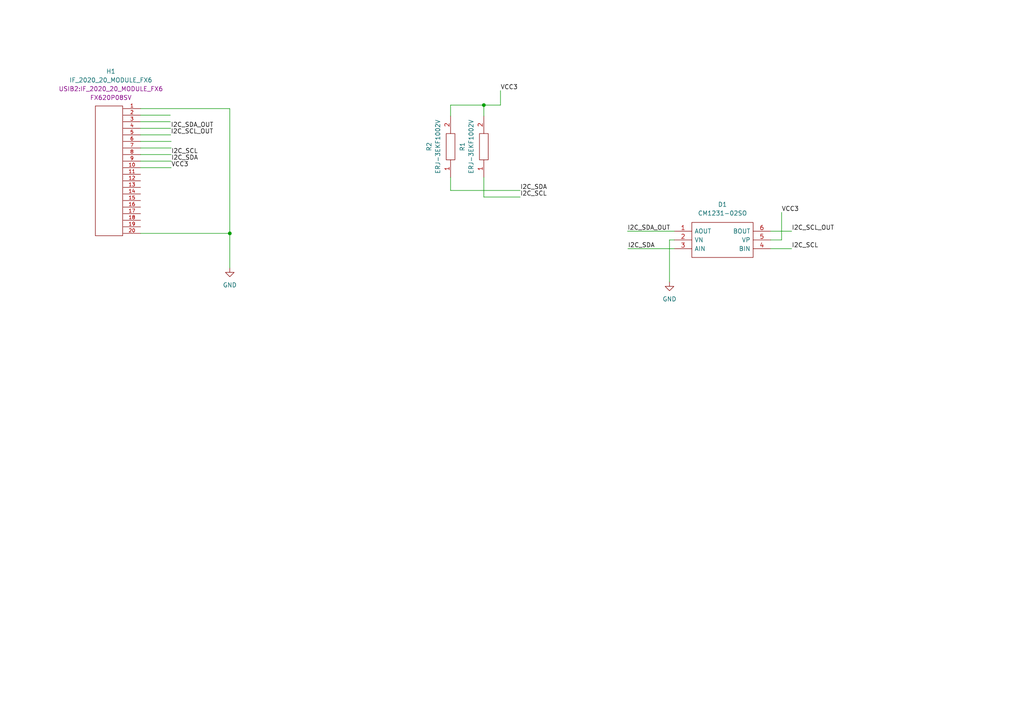
<source format=kicad_sch>
(kicad_sch (version 20230121) (generator eeschema)
  (paper "A4")
  (lib_symbols
    (symbol "SamacSys_Parts:CM1231-02SO" (pin_names (offset 0.762))
      (property "Reference" "D" (at 24.13 7.62 0))
      (property "Value" "CM1231-02SO" (at 24.13 5.08 0))
      (symbol "CM1231-02SO_0_0"
        (pin passive line (at 0 0 0) (length 5.08) (name "AOUT") (number "1"))
        (pin passive line (at 0 -2.54 0) (length 5.08) (name "VN") (number "2"))
        (pin passive line (at 0 -5.08 0) (length 5.08) (name "AIN") (number "3"))
        (pin passive line (at 27.94 -5.08 180) (length 5.08) (name "BIN") (number "4"))
        (pin passive line (at 27.94 -2.54 180) (length 5.08) (name "VP") (number "5"))
        (pin passive line (at 27.94 0 180) (length 5.08) (name "BOUT") (number "6"))
      )
      (symbol "CM1231-02SO_0_1"
        (polyline (pts (xy 5.08 2.54) (xy 22.86 2.54) (xy 22.86 -7.62) (xy 5.08 -7.62) (xy 5.08 2.54)) (stroke (width 0.1524)))
      )
    )
    (symbol "SamacSys_Parts:ERJ-3EKF1002V" (pin_names (offset 0.762))
      (property "Reference" "R" (at 13.97 6.35 0))
      (property "Value" "ERJ-3EKF1002V" (at 13.97 3.81 0))
      (symbol "ERJ-3EKF1002V_0_0"
        (pin passive line (at 0 0 0) (length 5.08) (name "~") (number "1"))
        (pin passive line (at 17.78 0 180) (length 5.08) (name "~") (number "2"))
      )
      (symbol "ERJ-3EKF1002V_0_1"
        (polyline (pts (xy 5.08 1.27) (xy 12.7 1.27) (xy 12.7 -1.27) (xy 5.08 -1.27) (xy 5.08 1.27)) (stroke (width 0.1524)))
      )
    )
    (symbol "USIB2:IF_2020_20_MODULE_FX6"
      (property "Reference" "H" (at -20.5232 -7.2644 0))
      (property "Value" "IF_2020_20_MODULE_FX6" (at -9.144 -9.8552 0))
      (property "Footprint" "USIB2:IF_2020_20_MODULE_FX6" (at -6.096 -15.113 0))
      (property "Connector" "FX620P08SV" (at -15.113 -17.272 0))
      (symbol "IF_2020_20_MODULE_FX6_0_1"
        (rectangle (start -18.796 0) (end 18.8468 -7.9248))
      )
      (symbol "IF_2020_20_MODULE_FX6_1_1"
        (pin passive line (at -18.034 5.1816 270) (length 5) (name "") (number "1"))
        (pin passive line (at -0.889 5.1816 270) (length 5) (name "") (number "10"))
        (pin passive line (at 1.016 5.1816 270) (length 5) (name "") (number "11"))
        (pin passive line (at 2.921 5.1816 270) (length 5) (name "") (number "12"))
        (pin passive line (at 4.826 5.1816 270) (length 5) (name "") (number "13"))
        (pin passive line (at 6.731 5.1816 270) (length 5) (name "") (number "14"))
        (pin passive line (at 8.636 5.1816 270) (length 5) (name "") (number "15"))
        (pin passive line (at 10.541 5.1816 270) (length 5) (name "") (number "16"))
        (pin passive line (at 12.446 5.1816 270) (length 5) (name "") (number "17"))
        (pin passive line (at 14.351 5.1816 270) (length 5) (name "") (number "18"))
        (pin passive line (at 16.256 5.1816 270) (length 5) (name "") (number "19"))
        (pin passive line (at -16.129 5.1816 270) (length 5) (name "") (number "2"))
        (pin passive line (at 18.161 5.1816 270) (length 5) (name "") (number "20"))
        (pin passive line (at -14.224 5.1816 270) (length 5) (name "") (number "3"))
        (pin passive line (at -12.319 5.1816 270) (length 5) (name "") (number "4"))
        (pin passive line (at -10.414 5.1816 270) (length 5) (name "") (number "5"))
        (pin passive line (at -8.509 5.1816 270) (length 5) (name "") (number "6"))
        (pin passive line (at -6.604 5.1816 270) (length 5) (name "") (number "7"))
        (pin passive line (at -4.699 5.1816 270) (length 5) (name "") (number "8"))
        (pin passive line (at -2.794 5.1816 270) (length 5) (name "") (number "9"))
      )
    )
    (symbol "power:GND" (power) (pin_names (offset 0))
      (property "Value" "GND" (at 0 -3.81 0))
      (symbol "GND_0_1"
        (polyline (pts (xy 0 0) (xy 0 -1.27) (xy 1.27 -1.27) (xy 0 -2.54) (xy -1.27 -1.27) (xy 0 -1.27)))
      )
      (symbol "GND_1_1"
        (pin power_in line (at 0 0 270) (length 0) hide (name "GND") (number "1"))
      )
    )
  )
  (junction (at 140.335 30.48))
  (junction (at 66.6496 67.691))
  (wire (pts (xy 140.335 51.435) (xy 140.335 57.15)))
  (wire (pts (xy 195.58 67.056) (xy 181.991 67.056)))
  (wire (pts (xy 40.767 33.401) (xy 49.403 33.401)))
  (wire (pts (xy 140.335 30.48) (xy 145.161 30.48)))
  (wire (pts (xy 40.767 37.211) (xy 49.53 37.211)))
  (wire (pts (xy 40.767 35.306) (xy 49.403 35.306)))
  (wire (pts (xy 194.183 69.596) (xy 194.183 81.788)))
  (wire (pts (xy 226.695 61.595) (xy 226.695 69.596)))
  (wire (pts (xy 40.767 44.831) (xy 49.657 44.831)))
  (wire (pts (xy 195.58 69.596) (xy 194.183 69.596)))
  (wire (pts (xy 150.876 55.245) (xy 130.683 55.245)))
  (wire (pts (xy 40.767 46.736) (xy 49.657 46.736)))
  (wire (pts (xy 40.767 67.691) (xy 66.6496 67.691)))
  (wire (pts (xy 66.6496 31.496) (xy 66.6496 67.691)))
  (wire (pts (xy 223.52 72.136) (xy 229.616 72.136)))
  (wire (pts (xy 223.52 69.596) (xy 226.695 69.596)))
  (wire (pts (xy 140.335 30.48) (xy 130.683 30.48)))
  (wire (pts (xy 130.683 51.435) (xy 130.683 55.245)))
  (wire (pts (xy 66.7766 67.691) (xy 66.6496 67.691)))
  (wire (pts (xy 195.58 72.136) (xy 182.118 72.136)))
  (wire (pts (xy 140.335 33.655) (xy 140.335 30.48)))
  (wire (pts (xy 130.683 30.48) (xy 130.683 33.655)))
  (wire (pts (xy 40.767 31.496) (xy 66.6496 31.496)))
  (wire (pts (xy 140.335 57.15) (xy 150.876 57.15)))
  (wire (pts (xy 40.767 42.926) (xy 49.657 42.926)))
  (wire (pts (xy 40.767 48.641) (xy 49.657 48.641)))
  (wire (pts (xy 66.6496 67.691) (xy 66.6496 77.724)))
  (wire (pts (xy 223.52 67.056) (xy 229.616 67.056)))
  (wire (pts (xy 40.767 39.116) (xy 49.53 39.116)))
  (wire (pts (xy 145.161 30.48) (xy 145.161 26.289)))
  (wire (pts (xy 40.767 41.021) (xy 49.657 41.021)))
  (label "VCC3" (at 49.657 48.641 0))
  (label "I2C_SCL" (at 229.616 72.136 0))
  (label "VCC3" (at 226.695 61.595 0))
  (label "I2C_SCL" (at 49.657 44.831 0))
  (label "VCC3" (at 145.161 26.289 0))
  (label "I2C_SCL_OUT" (at 229.616 67.056 0))
  (label "I2C_SDA" (at 182.118 72.136 0))
  (label "I2C_SCL" (at 150.876 57.15 0))
  (label "I2C_SDA_OUT" (at 49.53 37.211 0))
  (label "I2C_SCL_OUT" (at 49.53 39.116 0))
  (label "I2C_SDA" (at 49.657 46.736 0))
  (label "I2C_SDA" (at 150.876 55.245 0))
  (label "I2C_SDA_OUT" (at 181.991 67.056 0))
  (symbol (lib_id "SamacSys_Parts:CM1231-02SO") (at 195.58 67.056 0) (unit 1)
    (property "Reference" "D1" (at 209.55 59.309 0))
    (property "Value" "CM1231-02SO" (at 209.55 61.849 0))
    (property "Footprint" "SOT95P280X145-6N" (effects hide))
    (property "Datasheet" "https://www.onsemi.com/pub/Collateral/CM1231%20DATA%20SHEET.PDF" (effects hide))
    (property "Description" "ON Semiconductor CM1231-02SO Dual Uni-Directional ESD Protection Array, 225mW peak, 6-Pin SOT-23" (effects hide))
    (property "Height" "1.45" (effects hide))
    (property "Manufacturer_Name" "onsemi" (effects hide))
    (property "Manufacturer_Part_Number" "CM1231-02SO" (effects hide))
    (property "Mouser Part Number" "748-CM1231-02SO" (effects hide))
    (property "Mouser Price/Stock" "https://www.mouser.co.uk/ProductDetail/onsemi/CM1231-02SO?qs=LMMkZCEv%2Ff0A85pzA%2FPjNw%3D%3D" (effects hide))
    (property "Arrow Part Number" "CM1231-02SO" (effects hide))
    (property "Arrow Price/Stock" "https://www.arrow.com/en/products/cm1231-02so/on-semiconductor?region=nac" (effects hide))
  )
  (symbol (lib_id "USIB2:IF_2020_20_MODULE_FX6") (at 35.5854 49.53 270) (unit 1)
    (property "Reference" "H1" (at 32.1564 20.701 90))
    (property "Value" "IF_2020_20_MODULE_FX6" (at 32.1564 23.241 90))
    (property "Footprint" "USIB2:IF_2020_20_MODULE_FX6" (at 32.1564 25.781 90))
    (property "Datasheet" "https://eu.mouser.com/datasheet/2/185/FX6_Catalog_D49674_en-2585892.pdf" (effects hide))
    (property "Connector" "FX620P08SV" (at 32.1564 28.321 90))
  )
  (symbol (lib_id "power:GND") (at 194.183 81.788 0) (unit 1)
    (property "Reference" "#PWR02" (effects hide))
    (property "Value" "GND" (at 194.183 86.741 0))
  )
  (symbol (lib_id "SamacSys_Parts:ERJ-3EKF1002V") (at 140.335 51.435 90) (unit 1)
    (property "Reference" "R1" (at 134.112 42.545 0))
    (property "Value" "ERJ-3EKF1002V" (at 136.652 42.545 0))
    (property "Footprint" "ERJ3EK_(0603)" (effects hide))
    (property "Datasheet" "https://industrial.panasonic.com/cdbs/www-data/pdf/RDA0000/AOA0000C304.pdf" (effects hide))
    (property "Description" "Thick Film Resistors - SMD 0603 10Kohms 1% AEC-Q200" (effects hide))
    (property "Height" "0.55" (effects hide))
    (property "Manufacturer_Name" "Panasonic" (effects hide))
    (property "Manufacturer_Part_Number" "ERJ-3EKF1002V" (effects hide))
    (property "Mouser Part Number" "667-ERJ-3EKF1002V" (effects hide))
    (property "Mouser Price/Stock" "https://www.mouser.co.uk/ProductDetail/Panasonic/ERJ-3EKF1002V?qs=H7k1u0Mp9JSrGPQ5%2F5COuw%3D%3D" (effects hide))
    (property "Arrow Part Number" "ERJ-3EKF1002V" (effects hide))
    (property "Arrow Price/Stock" "https://www.arrow.com/en/products/erj-3ekf1002v/panasonic?region=nac" (effects hide))
  )
  (symbol (lib_id "SamacSys_Parts:ERJ-3EKF1002V") (at 130.683 51.435 90) (unit 1)
    (property "Reference" "R2" (at 124.46 42.545 0))
    (property "Value" "ERJ-3EKF1002V" (at 127 42.545 0))
    (property "Footprint" "ERJ3EK_(0603)" (effects hide))
    (property "Datasheet" "https://industrial.panasonic.com/cdbs/www-data/pdf/RDA0000/AOA0000C304.pdf" (effects hide))
    (property "Description" "Thick Film Resistors - SMD 0603 10Kohms 1% AEC-Q200" (effects hide))
    (property "Height" "0.55" (effects hide))
    (property "Manufacturer_Name" "Panasonic" (effects hide))
    (property "Manufacturer_Part_Number" "ERJ-3EKF1002V" (effects hide))
    (property "Mouser Part Number" "667-ERJ-3EKF1002V" (effects hide))
    (property "Mouser Price/Stock" "https://www.mouser.co.uk/ProductDetail/Panasonic/ERJ-3EKF1002V?qs=H7k1u0Mp9JSrGPQ5%2F5COuw%3D%3D" (effects hide))
    (property "Arrow Part Number" "ERJ-3EKF1002V" (effects hide))
    (property "Arrow Price/Stock" "https://www.arrow.com/en/products/erj-3ekf1002v/panasonic?region=nac" (effects hide))
  )
  (symbol (lib_id "power:GND") (at 66.6496 77.724 0) (unit 1)
    (property "Reference" "#PWR01" (effects hide))
    (property "Value" "GND" (at 66.6496 82.677 0))
  )
)
</source>
